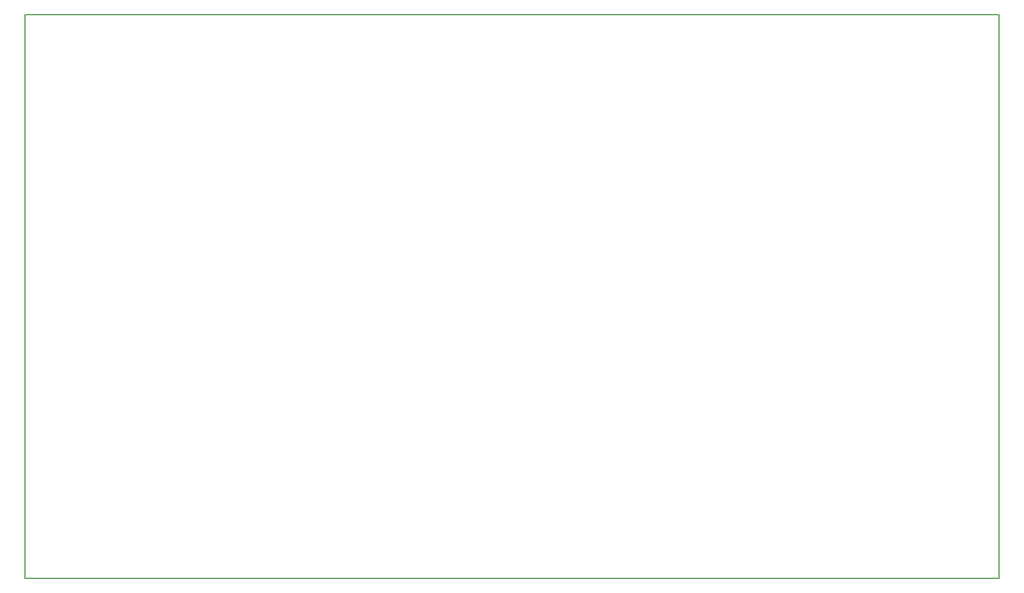
<source format=gbr>
%TF.GenerationSoftware,KiCad,Pcbnew,(6.0.11)*%
%TF.CreationDate,2023-10-31T06:05:25-05:00*%
%TF.ProjectId,RFBitBangSMT,52464269-7442-4616-9e67-534d542e6b69,rev?*%
%TF.SameCoordinates,Original*%
%TF.FileFunction,Profile,NP*%
%FSLAX46Y46*%
G04 Gerber Fmt 4.6, Leading zero omitted, Abs format (unit mm)*
G04 Created by KiCad (PCBNEW (6.0.11)) date 2023-10-31 06:05:25*
%MOMM*%
%LPD*%
G01*
G04 APERTURE LIST*
%TA.AperFunction,Profile*%
%ADD10C,0.150000*%
%TD*%
G04 APERTURE END LIST*
D10*
X190000000Y-145000000D02*
X38000000Y-145000000D01*
X38000000Y-145000000D02*
X38000000Y-57000000D01*
X190000000Y-57000000D02*
X190000000Y-145000000D01*
X38000000Y-57000000D02*
X190000000Y-57000000D01*
M02*

</source>
